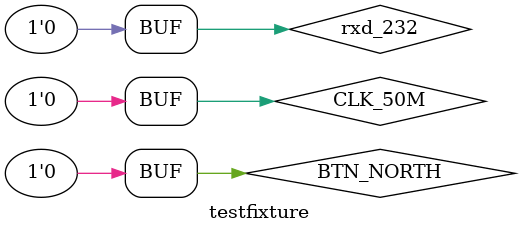
<source format=v>
`timescale 1ns / 1ps


module testfixture;

	// Inputs
	reg CLK_50M;
	reg BTN_NORTH;
	reg rxd_232;

	// Outputs
	wire [7:0] LED;
	wire txd_232;
	wire txd_logic;

	// Instantiate the Unit Under Test (UUT)
	fpga_top uut (
		.CLK_50M(CLK_50M), 
		.BTN_NORTH(BTN_NORTH), 
		.LED(LED), 
		.rxd_232(rxd_232), 
		.txd_232(txd_232), 
		.txd_logic(txd_logic)
	);

	initial begin
		// Initialize Inputs
		CLK_50M = 0;
		BTN_NORTH = 0;
		rxd_232 = 0;
	// Wait 100 ns for global reset to finish
	#100      BTN_NORTH  =1;
   #100 BTN_NORTH=0;  
	end
	
	always begin
		#10 CLK_50M = 1;
		#10 CLK_50M=0;
	end
endmodule


</source>
